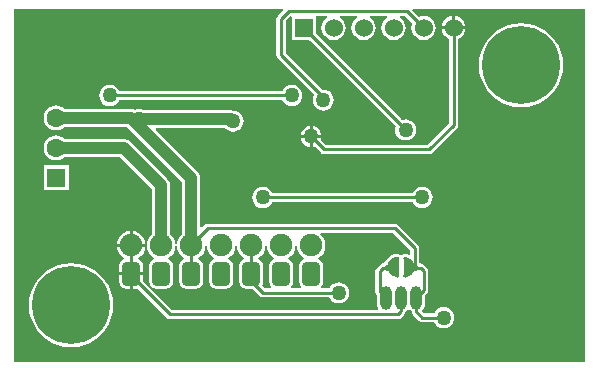
<source format=gbl>
G04 Layer_Physical_Order=2*
G04 Layer_Color=11436288*
%FSLAX25Y25*%
%MOIN*%
G70*
G01*
G75*
%ADD17C,0.01000*%
%ADD18C,0.04000*%
%ADD20C,0.06000*%
%ADD21R,0.06000X0.06000*%
%ADD22C,0.25984*%
G04:AMPARAMS|DCode=23|XSize=60mil|YSize=80mil|CornerRadius=15mil|HoleSize=0mil|Usage=FLASHONLY|Rotation=0.000|XOffset=0mil|YOffset=0mil|HoleType=Round|Shape=RoundedRectangle|*
%AMROUNDEDRECTD23*
21,1,0.06000,0.05000,0,0,0.0*
21,1,0.03000,0.08000,0,0,0.0*
1,1,0.03000,0.01500,-0.02500*
1,1,0.03000,-0.01500,-0.02500*
1,1,0.03000,-0.01500,0.02500*
1,1,0.03000,0.01500,0.02500*
%
%ADD23ROUNDEDRECTD23*%
%ADD24C,0.07500*%
%ADD25C,0.06299*%
%ADD26R,0.06299X0.06299*%
%ADD27O,0.03937X0.07874*%
%ADD28O,0.03937X0.07874*%
%ADD29C,0.05000*%
G04:AMPARAMS|DCode=30|XSize=20mil|YSize=20mil|CornerRadius=5mil|HoleSize=0mil|Usage=FLASHONLY|Rotation=180.000|XOffset=0mil|YOffset=0mil|HoleType=Round|Shape=RoundedRectangle|*
%AMROUNDEDRECTD30*
21,1,0.02000,0.01000,0,0,180.0*
21,1,0.01000,0.02000,0,0,180.0*
1,1,0.01000,-0.00500,0.00500*
1,1,0.01000,0.00500,0.00500*
1,1,0.01000,0.00500,-0.00500*
1,1,0.01000,-0.00500,-0.00500*
%
%ADD30ROUNDEDRECTD30*%
%ADD31R,0.02000X0.05000*%
%ADD32R,0.02000X0.03500*%
G36*
X191429Y1071D02*
X1071D01*
Y118929D01*
X90613D01*
X90805Y118467D01*
X88919Y116581D01*
X88587Y116085D01*
X88471Y115500D01*
Y103500D01*
X88587Y102915D01*
X88919Y102419D01*
X101050Y90287D01*
X101002Y90224D01*
X100649Y89373D01*
X100529Y88459D01*
X100649Y87546D01*
X101002Y86694D01*
X101563Y85963D01*
X102294Y85402D01*
X103146Y85049D01*
X104059Y84929D01*
X104973Y85049D01*
X105824Y85402D01*
X106556Y85963D01*
X107117Y86694D01*
X107469Y87546D01*
X107590Y88459D01*
X107469Y89373D01*
X107117Y90224D01*
X106556Y90956D01*
X105824Y91517D01*
X104973Y91869D01*
X104059Y91990D01*
X103718Y91945D01*
X91529Y104133D01*
Y114866D01*
X93000Y116337D01*
X93500Y116148D01*
Y108500D01*
X99337D01*
X128188Y79649D01*
X128090Y79414D01*
X127970Y78500D01*
X128090Y77586D01*
X128443Y76735D01*
X129004Y76004D01*
X129735Y75443D01*
X130586Y75090D01*
X131500Y74970D01*
X132414Y75090D01*
X133265Y75443D01*
X133996Y76004D01*
X134557Y76735D01*
X134910Y77586D01*
X135030Y78500D01*
X134910Y79414D01*
X134557Y80265D01*
X133996Y80996D01*
X133265Y81557D01*
X132414Y81910D01*
X131500Y82030D01*
X130586Y81910D01*
X130351Y81812D01*
X101500Y110663D01*
Y116471D01*
X105200D01*
X105455Y116024D01*
X105452Y115971D01*
X104647Y115353D01*
X104006Y114517D01*
X103603Y113544D01*
X103465Y112500D01*
X103603Y111456D01*
X104006Y110483D01*
X104647Y109647D01*
X105483Y109006D01*
X106456Y108603D01*
X107500Y108466D01*
X108544Y108603D01*
X109517Y109006D01*
X110353Y109647D01*
X110994Y110483D01*
X111397Y111456D01*
X111535Y112500D01*
X111397Y113544D01*
X110994Y114517D01*
X110353Y115353D01*
X109548Y115971D01*
X109545Y116024D01*
X109800Y116471D01*
X115200D01*
X115455Y116024D01*
X115452Y115971D01*
X114647Y115353D01*
X114006Y114517D01*
X113603Y113544D01*
X113465Y112500D01*
X113603Y111456D01*
X114006Y110483D01*
X114647Y109647D01*
X115483Y109006D01*
X116456Y108603D01*
X117500Y108466D01*
X118544Y108603D01*
X119517Y109006D01*
X120353Y109647D01*
X120994Y110483D01*
X121397Y111456D01*
X121535Y112500D01*
X121397Y113544D01*
X120994Y114517D01*
X120353Y115353D01*
X119548Y115971D01*
X119545Y116024D01*
X119800Y116471D01*
X125200D01*
X125455Y116024D01*
X125452Y115971D01*
X124647Y115353D01*
X124006Y114517D01*
X123603Y113544D01*
X123466Y112500D01*
X123603Y111456D01*
X124006Y110483D01*
X124647Y109647D01*
X125483Y109006D01*
X126456Y108603D01*
X127500Y108466D01*
X128544Y108603D01*
X129517Y109006D01*
X130353Y109647D01*
X130994Y110483D01*
X131397Y111456D01*
X131535Y112500D01*
X131397Y113544D01*
X130994Y114517D01*
X130353Y115353D01*
X129548Y115971D01*
X129545Y116024D01*
X129800Y116471D01*
X131367D01*
X133805Y114032D01*
X133603Y113544D01*
X133466Y112500D01*
X133603Y111456D01*
X134006Y110483D01*
X134647Y109647D01*
X135483Y109006D01*
X136456Y108603D01*
X137500Y108466D01*
X138544Y108603D01*
X139517Y109006D01*
X140353Y109647D01*
X140994Y110483D01*
X141397Y111456D01*
X141534Y112500D01*
X141397Y113544D01*
X140994Y114517D01*
X140353Y115353D01*
X139517Y115994D01*
X138544Y116397D01*
X137500Y116534D01*
X136456Y116397D01*
X135968Y116195D01*
X133695Y118467D01*
X133887Y118929D01*
X191429D01*
Y1071D01*
D02*
G37*
%LPC*%
G36*
X137000Y59530D02*
X136086Y59410D01*
X135235Y59057D01*
X134504Y58496D01*
X133943Y57765D01*
X133845Y57529D01*
X87055D01*
X86957Y57765D01*
X86396Y58496D01*
X85665Y59057D01*
X84814Y59410D01*
X83900Y59530D01*
X82986Y59410D01*
X82135Y59057D01*
X81404Y58496D01*
X80843Y57765D01*
X80490Y56914D01*
X80370Y56000D01*
X80490Y55086D01*
X80843Y54235D01*
X81404Y53504D01*
X82135Y52943D01*
X82986Y52590D01*
X83900Y52470D01*
X84814Y52590D01*
X85665Y52943D01*
X86396Y53504D01*
X86957Y54235D01*
X87055Y54471D01*
X133845D01*
X133943Y54235D01*
X134504Y53504D01*
X135235Y52943D01*
X136086Y52590D01*
X137000Y52470D01*
X137914Y52590D01*
X138765Y52943D01*
X139496Y53504D01*
X140057Y54235D01*
X140410Y55086D01*
X140530Y56000D01*
X140410Y56914D01*
X140057Y57765D01*
X139496Y58496D01*
X138765Y59057D01*
X137914Y59410D01*
X137000Y59530D01*
D02*
G37*
G36*
X40500Y44725D02*
Y40500D01*
X44725D01*
X44628Y41240D01*
X44149Y42395D01*
X43388Y43388D01*
X42395Y44149D01*
X41240Y44628D01*
X40500Y44725D01*
D02*
G37*
G36*
X19150Y66650D02*
X10850D01*
Y58350D01*
X19150D01*
Y66650D01*
D02*
G37*
G36*
X99500Y75800D02*
X96536D01*
X96590Y75386D01*
X96943Y74535D01*
X97504Y73804D01*
X98235Y73243D01*
X99086Y72890D01*
X99500Y72836D01*
Y75800D01*
D02*
G37*
G36*
X39500Y30000D02*
X35951D01*
Y28000D01*
X36145Y27024D01*
X36698Y26198D01*
X37525Y25645D01*
X38500Y25451D01*
X39500D01*
Y30000D01*
D02*
G37*
G36*
X20000Y34035D02*
X17804Y33863D01*
X15663Y33349D01*
X13628Y32506D01*
X11750Y31355D01*
X10075Y29924D01*
X8645Y28250D01*
X7494Y26372D01*
X6652Y24337D01*
X6137Y22196D01*
X5965Y20000D01*
X6137Y17804D01*
X6652Y15663D01*
X7494Y13628D01*
X8645Y11750D01*
X10075Y10075D01*
X11750Y8645D01*
X13628Y7494D01*
X15663Y6652D01*
X17804Y6137D01*
X20000Y5965D01*
X22196Y6137D01*
X24337Y6652D01*
X26372Y7494D01*
X28250Y8645D01*
X29924Y10075D01*
X31355Y11750D01*
X32506Y13628D01*
X33349Y15663D01*
X33863Y17804D01*
X34035Y20000D01*
X33863Y22196D01*
X33349Y24337D01*
X32506Y26372D01*
X31355Y28250D01*
X29924Y29924D01*
X28250Y31355D01*
X26372Y32506D01*
X24337Y33349D01*
X22196Y33863D01*
X20000Y34035D01*
D02*
G37*
G36*
X39500Y44725D02*
X38760Y44628D01*
X37604Y44149D01*
X36612Y43388D01*
X35851Y42395D01*
X35372Y41240D01*
X35275Y40500D01*
X39500D01*
Y44725D01*
D02*
G37*
G36*
X44725Y39500D02*
X35275D01*
X35372Y38760D01*
X35851Y37604D01*
X36612Y36612D01*
X37574Y35875D01*
X37586Y35690D01*
X37513Y35347D01*
X36698Y34802D01*
X36145Y33975D01*
X35951Y33000D01*
Y31000D01*
X44049D01*
Y33000D01*
X43855Y33975D01*
X43302Y34802D01*
X42487Y35347D01*
X42414Y35690D01*
X42426Y35875D01*
X43388Y36612D01*
X44149Y37604D01*
X44628Y38760D01*
X44725Y39500D01*
D02*
G37*
G36*
X93600Y93530D02*
X92686Y93410D01*
X91835Y93057D01*
X91104Y92496D01*
X90543Y91765D01*
X90445Y91529D01*
X36055D01*
X35957Y91765D01*
X35396Y92496D01*
X34665Y93057D01*
X33814Y93410D01*
X32900Y93530D01*
X31986Y93410D01*
X31135Y93057D01*
X30404Y92496D01*
X29843Y91765D01*
X29490Y90914D01*
X29370Y90000D01*
X29490Y89086D01*
X29843Y88235D01*
X30404Y87504D01*
X31135Y86943D01*
X31986Y86590D01*
X32900Y86470D01*
X33814Y86590D01*
X34665Y86943D01*
X35396Y87504D01*
X35957Y88235D01*
X36055Y88471D01*
X90445D01*
X90543Y88235D01*
X91104Y87504D01*
X91835Y86943D01*
X92686Y86590D01*
X93600Y86470D01*
X94514Y86590D01*
X95365Y86943D01*
X96096Y87504D01*
X96657Y88235D01*
X97010Y89086D01*
X97130Y90000D01*
X97010Y90914D01*
X96657Y91765D01*
X96096Y92496D01*
X95365Y93057D01*
X94514Y93410D01*
X93600Y93530D01*
D02*
G37*
G36*
X170000Y114035D02*
X167804Y113863D01*
X165663Y113348D01*
X163628Y112506D01*
X161750Y111355D01*
X160075Y109924D01*
X158645Y108250D01*
X157494Y106372D01*
X156651Y104337D01*
X156137Y102196D01*
X155965Y100000D01*
X156137Y97804D01*
X156651Y95663D01*
X157494Y93628D01*
X158645Y91750D01*
X160075Y90075D01*
X161750Y88645D01*
X163628Y87494D01*
X165663Y86651D01*
X167804Y86137D01*
X170000Y85965D01*
X172196Y86137D01*
X174337Y86651D01*
X176372Y87494D01*
X178250Y88645D01*
X179924Y90075D01*
X181355Y91750D01*
X182506Y93628D01*
X183349Y95663D01*
X183863Y97804D01*
X184035Y100000D01*
X183863Y102196D01*
X183349Y104337D01*
X182506Y106372D01*
X181355Y108250D01*
X179924Y109924D01*
X178250Y111355D01*
X176372Y112506D01*
X174337Y113348D01*
X172196Y113863D01*
X170000Y114035D01*
D02*
G37*
G36*
X148000Y116469D02*
Y113000D01*
X151469D01*
X151397Y113544D01*
X150994Y114517D01*
X150353Y115353D01*
X149517Y115994D01*
X148544Y116397D01*
X148000Y116469D01*
D02*
G37*
G36*
X147000D02*
X146456Y116397D01*
X145483Y115994D01*
X144647Y115353D01*
X144006Y114517D01*
X143603Y113544D01*
X143531Y113000D01*
X147000D01*
Y116469D01*
D02*
G37*
G36*
X151469Y112000D02*
X143531D01*
X143603Y111456D01*
X144006Y110483D01*
X144647Y109647D01*
X145483Y109006D01*
X145971Y108804D01*
Y80734D01*
X138767Y73529D01*
X104934D01*
X103312Y75151D01*
X103410Y75386D01*
X103464Y75800D01*
X100500D01*
Y72836D01*
X100914Y72890D01*
X101149Y72988D01*
X103219Y70919D01*
X103715Y70587D01*
X104300Y70471D01*
X139400D01*
X139985Y70587D01*
X140481Y70919D01*
X148581Y79019D01*
X148913Y79515D01*
X149029Y80100D01*
Y108804D01*
X149517Y109006D01*
X150353Y109647D01*
X150994Y110483D01*
X151397Y111456D01*
X151469Y112000D01*
D02*
G37*
G36*
X99500Y79764D02*
X99086Y79710D01*
X98235Y79357D01*
X97504Y78796D01*
X96943Y78065D01*
X96590Y77214D01*
X96536Y76800D01*
X99500D01*
Y79764D01*
D02*
G37*
G36*
X15000Y86685D02*
X13917Y86543D01*
X12907Y86125D01*
X12041Y85460D01*
X11375Y84593D01*
X10957Y83583D01*
X10815Y82500D01*
X10957Y81417D01*
X11375Y80407D01*
X12041Y79540D01*
X12907Y78875D01*
X13917Y78457D01*
X15000Y78315D01*
X16083Y78457D01*
X17093Y78875D01*
X17873Y79474D01*
X38747D01*
X56974Y61247D01*
Y43665D01*
X56612Y43388D01*
X55851Y42395D01*
X55372Y41240D01*
X55252Y40328D01*
X54748D01*
X54628Y41240D01*
X54149Y42395D01*
X53388Y43388D01*
X53026Y43665D01*
Y60000D01*
X52923Y60783D01*
X52621Y61513D01*
X52140Y62140D01*
X39640Y74640D01*
X39013Y75121D01*
X38799Y75209D01*
X38283Y75423D01*
X37500Y75526D01*
X17873D01*
X17093Y76125D01*
X16083Y76543D01*
X15000Y76685D01*
X13917Y76543D01*
X12907Y76125D01*
X12041Y75459D01*
X11375Y74593D01*
X10957Y73583D01*
X10815Y72500D01*
X10957Y71417D01*
X11375Y70407D01*
X12041Y69541D01*
X12907Y68875D01*
X13917Y68457D01*
X15000Y68315D01*
X16083Y68457D01*
X17093Y68875D01*
X17873Y69474D01*
X36247D01*
X46974Y58747D01*
Y43665D01*
X46612Y43388D01*
X45851Y42395D01*
X45372Y41240D01*
X45252Y40328D01*
X45230D01*
Y40157D01*
X45209Y40000D01*
X45230Y39843D01*
Y39672D01*
X45252D01*
X45372Y38760D01*
X45851Y37604D01*
X46612Y36612D01*
X47574Y35875D01*
X47586Y35690D01*
X47513Y35347D01*
X46698Y34802D01*
X46145Y33975D01*
X45951Y33000D01*
Y28000D01*
X46145Y27024D01*
X46698Y26198D01*
X47524Y25645D01*
X48500Y25451D01*
X51500D01*
X52476Y25645D01*
X53302Y26198D01*
X53855Y27024D01*
X54049Y28000D01*
Y33000D01*
X53855Y33975D01*
X53302Y34802D01*
X52487Y35347D01*
X52414Y35690D01*
X52426Y35875D01*
X53388Y36612D01*
X54149Y37604D01*
X54628Y38760D01*
X54748Y39672D01*
X55252D01*
X55372Y38760D01*
X55851Y37604D01*
X56612Y36612D01*
X57574Y35875D01*
X57586Y35690D01*
X57513Y35347D01*
X56698Y34802D01*
X56145Y33975D01*
X55951Y33000D01*
Y28000D01*
X56145Y27024D01*
X56698Y26198D01*
X57525Y25645D01*
X58500Y25451D01*
X61500D01*
X62476Y25645D01*
X63302Y26198D01*
X63855Y27024D01*
X64049Y28000D01*
Y33000D01*
X63855Y33975D01*
X63302Y34802D01*
X62487Y35347D01*
X62414Y35690D01*
X62426Y35875D01*
X63388Y36612D01*
X64149Y37604D01*
X64628Y38760D01*
X64748Y39672D01*
X65252D01*
X65372Y38760D01*
X65851Y37604D01*
X66612Y36612D01*
X67574Y35875D01*
X67586Y35690D01*
X67513Y35347D01*
X66698Y34802D01*
X66145Y33975D01*
X65951Y33000D01*
Y28000D01*
X66145Y27024D01*
X66698Y26198D01*
X67524Y25645D01*
X68500Y25451D01*
X71500D01*
X72475Y25645D01*
X73302Y26198D01*
X73855Y27024D01*
X74049Y28000D01*
Y33000D01*
X73855Y33975D01*
X73302Y34802D01*
X72487Y35347D01*
X72414Y35690D01*
X72426Y35875D01*
X73388Y36612D01*
X74149Y37604D01*
X74628Y38760D01*
X74748Y39672D01*
X75252D01*
X75372Y38760D01*
X75851Y37604D01*
X76612Y36612D01*
X77574Y35875D01*
X77586Y35690D01*
X77513Y35347D01*
X76698Y34802D01*
X76145Y33975D01*
X75951Y33000D01*
Y28000D01*
X76145Y27024D01*
X76698Y26198D01*
X77525Y25645D01*
X78500Y25451D01*
X80586D01*
X82919Y23119D01*
X83415Y22787D01*
X83512Y22768D01*
X84000Y22671D01*
X106045D01*
X106143Y22435D01*
X106704Y21704D01*
X107435Y21143D01*
X108286Y20790D01*
X109200Y20670D01*
X110114Y20790D01*
X110965Y21143D01*
X111696Y21704D01*
X112257Y22435D01*
X112610Y23286D01*
X112730Y24200D01*
X112610Y25114D01*
X112257Y25965D01*
X111696Y26696D01*
X110965Y27257D01*
X110114Y27610D01*
X109200Y27730D01*
X108286Y27610D01*
X107435Y27257D01*
X106704Y26696D01*
X106143Y25965D01*
X106045Y25729D01*
X103444D01*
X103404Y25863D01*
X103324Y26229D01*
X103855Y27024D01*
X104049Y28000D01*
Y33000D01*
X103855Y33975D01*
X103302Y34802D01*
X102487Y35347D01*
X102414Y35690D01*
X102426Y35875D01*
X103388Y36612D01*
X104149Y37604D01*
X104628Y38760D01*
X104791Y40000D01*
X104628Y41240D01*
X104149Y42395D01*
X103388Y43388D01*
X103019Y43671D01*
X103189Y44171D01*
X127366D01*
X132971Y38566D01*
Y37211D01*
X132555Y36934D01*
X132353Y37017D01*
X131940Y37072D01*
X131902Y37077D01*
X131688Y37119D01*
X131645Y37110D01*
X131200Y37169D01*
Y37161D01*
X131200Y37160D01*
X130615Y37044D01*
X130402Y36902D01*
X130103Y36720D01*
X129662Y36928D01*
X129385Y37113D01*
X128800Y37229D01*
Y37238D01*
X127647Y37086D01*
X126573Y36641D01*
X125651Y35934D01*
X124943Y35011D01*
X124720Y34474D01*
X124415Y34413D01*
X123919Y34081D01*
X123866Y34003D01*
X123415Y33913D01*
X122919Y33581D01*
X121919Y32581D01*
X121587Y32085D01*
X121471Y31500D01*
Y24500D01*
X121587Y23915D01*
X121919Y23419D01*
X122006Y23331D01*
Y20531D01*
X122108Y19757D01*
X122407Y19034D01*
X122450Y18978D01*
X122229Y18529D01*
X53633D01*
X44049Y28114D01*
Y30000D01*
X40500D01*
Y25451D01*
X41500D01*
X42239Y25598D01*
X51919Y15919D01*
X52415Y15587D01*
X53000Y15471D01*
X129000D01*
X129585Y15587D01*
X130081Y15919D01*
X131081Y16919D01*
X131413Y17415D01*
X131521Y17957D01*
X132117Y18414D01*
X132250Y18587D01*
X132750D01*
X132883Y18414D01*
X133479Y17957D01*
X133587Y17415D01*
X133919Y16919D01*
X136019Y14819D01*
X136515Y14487D01*
X137100Y14371D01*
X141045D01*
X141143Y14135D01*
X141704Y13404D01*
X142435Y12843D01*
X143286Y12490D01*
X144200Y12370D01*
X145114Y12490D01*
X145965Y12843D01*
X146696Y13404D01*
X147257Y14135D01*
X147610Y14986D01*
X147730Y15900D01*
X147610Y16814D01*
X147257Y17665D01*
X146696Y18396D01*
X145965Y18957D01*
X145114Y19310D01*
X144200Y19430D01*
X143286Y19310D01*
X142435Y18957D01*
X141704Y18396D01*
X141143Y17665D01*
X141045Y17429D01*
X137733D01*
X137094Y18068D01*
X137117Y18414D01*
X137593Y19034D01*
X137892Y19757D01*
X137994Y20531D01*
Y23331D01*
X138581Y23919D01*
X138913Y24415D01*
X138932Y24512D01*
X139029Y25000D01*
Y31500D01*
X138913Y32085D01*
X138581Y32581D01*
X137581Y33581D01*
X137085Y33913D01*
X136500Y34029D01*
X136116D01*
X136081Y34081D01*
X136029Y34116D01*
Y39200D01*
X135913Y39785D01*
X135581Y40281D01*
X129081Y46781D01*
X128585Y47113D01*
X128000Y47229D01*
X65500D01*
X65012Y47132D01*
X64915Y47113D01*
X64419Y46781D01*
X63488Y45851D01*
X63026Y46042D01*
Y62500D01*
X62923Y63283D01*
X62621Y64013D01*
X62140Y64640D01*
X48267Y78512D01*
X48458Y78974D01*
X71450D01*
X71504Y78904D01*
X72235Y78343D01*
X73086Y77990D01*
X74000Y77870D01*
X74914Y77990D01*
X75765Y78343D01*
X76496Y78904D01*
X77057Y79635D01*
X77410Y80486D01*
X77530Y81400D01*
X77410Y82314D01*
X77057Y83165D01*
X76496Y83896D01*
X75765Y84457D01*
X74914Y84810D01*
X74242Y84898D01*
X74183Y84923D01*
X73400Y85026D01*
X44306D01*
X44265Y85057D01*
X43414Y85410D01*
X42500Y85530D01*
X41586Y85410D01*
X41200Y85250D01*
X40783Y85423D01*
X40000Y85526D01*
X17873D01*
X17093Y86125D01*
X16083Y86543D01*
X15000Y86685D01*
D02*
G37*
G36*
X100500Y79764D02*
Y76800D01*
X103464D01*
X103410Y77214D01*
X103057Y78065D01*
X102496Y78796D01*
X101765Y79357D01*
X100914Y79710D01*
X100500Y79764D01*
D02*
G37*
%LPD*%
G36*
X95372Y38760D02*
X95851Y37604D01*
X96612Y36612D01*
X97574Y35875D01*
X97586Y35690D01*
X97513Y35347D01*
X96698Y34802D01*
X96145Y33975D01*
X95951Y33000D01*
Y28000D01*
X96145Y27024D01*
X96676Y26229D01*
X96596Y25863D01*
X96556Y25729D01*
X93444D01*
X93404Y25863D01*
X93324Y26229D01*
X93855Y27024D01*
X94049Y28000D01*
Y33000D01*
X93855Y33975D01*
X93302Y34802D01*
X92487Y35347D01*
X92414Y35690D01*
X92426Y35875D01*
X93388Y36612D01*
X94149Y37604D01*
X94628Y38760D01*
X94748Y39672D01*
X95252D01*
X95372Y38760D01*
D02*
G37*
G36*
X85372D02*
X85851Y37604D01*
X86612Y36612D01*
X87574Y35875D01*
X87586Y35690D01*
X87513Y35347D01*
X86698Y34802D01*
X86145Y33975D01*
X85951Y33000D01*
Y28000D01*
X86145Y27024D01*
X86676Y26229D01*
X86596Y25863D01*
X86556Y25729D01*
X84633D01*
X83648Y26715D01*
X83855Y27024D01*
X84049Y28000D01*
Y33000D01*
X83855Y33975D01*
X83302Y34802D01*
X82487Y35347D01*
X82414Y35690D01*
X82426Y35875D01*
X83388Y36612D01*
X84149Y37604D01*
X84628Y38760D01*
X84748Y39672D01*
X85252D01*
X85372Y38760D01*
D02*
G37*
D17*
X131200Y29800D02*
G03*
X131880Y29880I-0J2915D01*
G01*
X131688Y35590D02*
G03*
X131200Y35631I-488J-2874D01*
G01*
X134110Y32890D02*
G03*
X134100Y33015I-2910J-174D01*
G01*
D02*
G03*
X134000Y33528I-2900J-300D01*
G01*
D02*
G03*
X131688Y35590I-2800J-812D01*
G01*
X131880Y29880D02*
G03*
X134035Y32035I-680J2835D01*
G01*
X125898Y32500D02*
G03*
X125956Y32143I2902J285D01*
G01*
D02*
G03*
X128800Y29869I2844J641D01*
G01*
X125956Y32143D02*
G03*
X128800Y29869I2844J641D01*
G01*
Y35700D02*
G03*
X125898Y32500I0J-2915D01*
G01*
X128800Y35700D02*
G03*
X125898Y32500I0J-2915D01*
G01*
X134035Y32035D02*
G03*
X134107Y32500I-2835J680D01*
G01*
Y32500D02*
G03*
X134110Y32890I-2908J215D01*
G01*
X73400Y82000D02*
X74000Y81400D01*
X131200Y29800D02*
Y35590D01*
Y35631D01*
X130000Y18000D02*
Y22500D01*
X129000Y17000D02*
X130000Y18000D01*
X53000Y17000D02*
X129000D01*
X40000Y30000D02*
X53000Y17000D01*
X137100Y15900D02*
X144200D01*
X135000Y18000D02*
X137100Y15900D01*
X135000Y18000D02*
Y22500D01*
X32900Y90000D02*
X93600D01*
X132000Y118000D02*
X137500Y112500D01*
X97500D02*
X131500Y78500D01*
X83900Y56000D02*
X137000D01*
X100000Y76300D02*
X104300Y72000D01*
X139400D01*
X147500Y80100D01*
Y112500D01*
X134500Y32500D02*
Y39200D01*
X128000Y45700D02*
X134500Y39200D01*
X65500Y45700D02*
X128000D01*
X60000Y40200D02*
X65500Y45700D01*
X128800Y29869D02*
Y34000D01*
Y35700D01*
Y29869D02*
Y34000D01*
Y35700D01*
X40000Y30000D02*
Y30500D01*
Y40000D01*
X80000Y30500D02*
Y40000D01*
X60000Y30500D02*
Y40000D01*
Y40200D01*
X124000Y32500D02*
X125500D01*
X123000Y31500D02*
X124000Y32500D01*
X123000Y24500D02*
Y31500D01*
Y24500D02*
X125000Y22500D01*
X125500Y32500D02*
X125898D01*
X134500D02*
X136500D01*
X137500Y31500D01*
Y25000D02*
Y31500D01*
X135000Y22500D02*
X137500Y25000D01*
X80000Y28200D02*
Y30500D01*
Y28200D02*
X84000Y24200D01*
X109200D01*
X92500Y118000D02*
X132000D01*
X90000Y115500D02*
X92500Y118000D01*
X90000Y103500D02*
Y115500D01*
Y103500D02*
X104059Y89441D01*
Y88459D02*
Y89441D01*
D18*
X40000Y82500D02*
X60000Y62500D01*
X42500Y82000D02*
X73400D01*
X50000Y40000D02*
Y60000D01*
X37500Y72500D02*
X50000Y60000D01*
X15000Y72500D02*
X37500D01*
X60000Y40000D02*
Y62500D01*
X15000Y82500D02*
X40000D01*
D20*
X147500Y112500D02*
D03*
X137500D02*
D03*
X117500D02*
D03*
X107500D02*
D03*
X127500D02*
D03*
D21*
X97500D02*
D03*
D22*
X170000Y100000D02*
D03*
X20000Y20000D02*
D03*
D23*
X40000Y30500D02*
D03*
X90000D02*
D03*
X50000D02*
D03*
X80000D02*
D03*
X70000D02*
D03*
X60000D02*
D03*
X100000D02*
D03*
D24*
X40000Y40000D02*
D03*
X90000D02*
D03*
X50000D02*
D03*
X80000D02*
D03*
X70000D02*
D03*
X60000D02*
D03*
X100000D02*
D03*
D25*
X15000Y82500D02*
D03*
Y72500D02*
D03*
D26*
Y62500D02*
D03*
D27*
X135000Y22500D02*
D03*
X125000D02*
D03*
D28*
X130000D02*
D03*
D29*
X42500Y82000D02*
D03*
X109200Y24200D02*
D03*
X144200Y15900D02*
D03*
X32900Y90000D02*
D03*
X93600D02*
D03*
X104059Y88459D02*
D03*
X131500Y78500D02*
D03*
X137000Y56000D02*
D03*
X83900D02*
D03*
X100000Y76300D02*
D03*
X74000Y81400D02*
D03*
D30*
X134500Y32500D02*
D03*
X125500D02*
D03*
D31*
X132200Y32800D02*
D03*
X127800Y32700D02*
D03*
D32*
X132700Y32550D02*
D03*
X127300Y32950D02*
D03*
M02*

</source>
